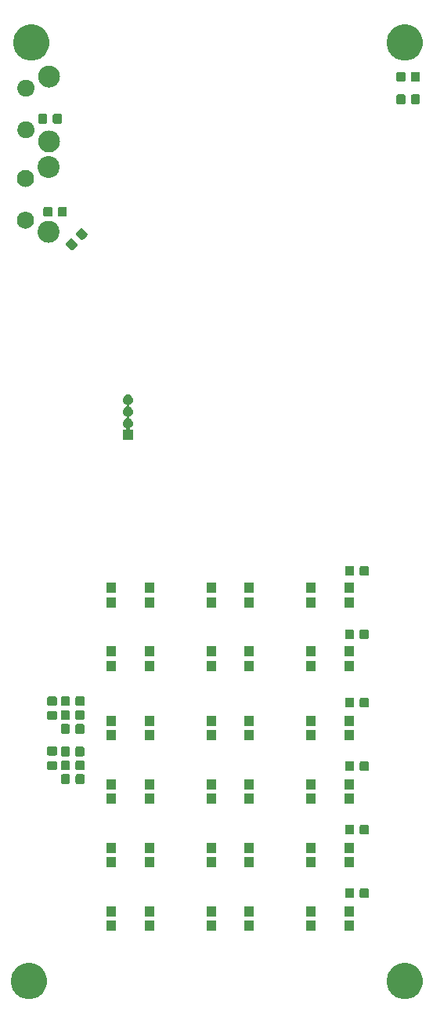
<source format=gbr>
G04 #@! TF.GenerationSoftware,KiCad,Pcbnew,5.1.6-c6e7f7d~87~ubuntu18.04.1*
G04 #@! TF.CreationDate,2020-08-02T20:37:05+02:00*
G04 #@! TF.ProjectId,HMI,484d492e-6b69-4636-9164-5f7063625858,rev?*
G04 #@! TF.SameCoordinates,Original*
G04 #@! TF.FileFunction,Soldermask,Top*
G04 #@! TF.FilePolarity,Negative*
%FSLAX46Y46*%
G04 Gerber Fmt 4.6, Leading zero omitted, Abs format (unit mm)*
G04 Created by KiCad (PCBNEW 5.1.6-c6e7f7d~87~ubuntu18.04.1) date 2020-08-02 20:37:05*
%MOMM*%
%LPD*%
G01*
G04 APERTURE LIST*
%ADD10C,0.100000*%
G04 APERTURE END LIST*
D10*
X124841000Y-41371200D02*
G75*
G03*
X124841000Y-41371200I-1143000J0D01*
G01*
X122087000Y-47121200D02*
G75*
G03*
X122087000Y-47121200I-889000J0D01*
G01*
X122087000Y-42621200D02*
G75*
G03*
X122087000Y-42621200I-889000J0D01*
G01*
X124841000Y-48371200D02*
G75*
G03*
X124841000Y-48371200I-1143000J0D01*
G01*
X124790200Y-51130200D02*
G75*
G03*
X124790200Y-51130200I-1143000J0D01*
G01*
X122036200Y-56880200D02*
G75*
G03*
X122036200Y-56880200I-889000J0D01*
G01*
X122036200Y-52380200D02*
G75*
G03*
X122036200Y-52380200I-889000J0D01*
G01*
X124790200Y-58130200D02*
G75*
G03*
X124790200Y-58130200I-1143000J0D01*
G01*
G36*
X162722685Y-137163575D02*
G01*
X163077743Y-137310645D01*
X163077745Y-137310646D01*
X163397290Y-137524159D01*
X163669041Y-137795910D01*
X163882554Y-138115455D01*
X163882555Y-138115457D01*
X164029625Y-138470515D01*
X164104600Y-138847442D01*
X164104600Y-139231758D01*
X164029625Y-139608685D01*
X163882555Y-139963743D01*
X163882554Y-139963745D01*
X163669041Y-140283290D01*
X163397290Y-140555041D01*
X163077745Y-140768554D01*
X163077744Y-140768555D01*
X163077743Y-140768555D01*
X162722685Y-140915625D01*
X162345758Y-140990600D01*
X161961442Y-140990600D01*
X161584515Y-140915625D01*
X161229457Y-140768555D01*
X161229456Y-140768555D01*
X161229455Y-140768554D01*
X160909910Y-140555041D01*
X160638159Y-140283290D01*
X160424646Y-139963745D01*
X160424645Y-139963743D01*
X160277575Y-139608685D01*
X160202600Y-139231758D01*
X160202600Y-138847442D01*
X160277575Y-138470515D01*
X160424645Y-138115457D01*
X160424646Y-138115455D01*
X160638159Y-137795910D01*
X160909910Y-137524159D01*
X161229455Y-137310646D01*
X161229457Y-137310645D01*
X161584515Y-137163575D01*
X161961442Y-137088600D01*
X162345758Y-137088600D01*
X162722685Y-137163575D01*
G37*
G36*
X122082685Y-137163575D02*
G01*
X122437743Y-137310645D01*
X122437745Y-137310646D01*
X122757290Y-137524159D01*
X123029041Y-137795910D01*
X123242554Y-138115455D01*
X123242555Y-138115457D01*
X123389625Y-138470515D01*
X123464600Y-138847442D01*
X123464600Y-139231758D01*
X123389625Y-139608685D01*
X123242555Y-139963743D01*
X123242554Y-139963745D01*
X123029041Y-140283290D01*
X122757290Y-140555041D01*
X122437745Y-140768554D01*
X122437744Y-140768555D01*
X122437743Y-140768555D01*
X122082685Y-140915625D01*
X121705758Y-140990600D01*
X121321442Y-140990600D01*
X120944515Y-140915625D01*
X120589457Y-140768555D01*
X120589456Y-140768555D01*
X120589455Y-140768554D01*
X120269910Y-140555041D01*
X119998159Y-140283290D01*
X119784646Y-139963745D01*
X119784645Y-139963743D01*
X119637575Y-139608685D01*
X119562600Y-139231758D01*
X119562600Y-138847442D01*
X119637575Y-138470515D01*
X119784645Y-138115457D01*
X119784646Y-138115455D01*
X119998159Y-137795910D01*
X120269910Y-137524159D01*
X120589455Y-137310646D01*
X120589457Y-137310645D01*
X120944515Y-137163575D01*
X121321442Y-137088600D01*
X121705758Y-137088600D01*
X122082685Y-137163575D01*
G37*
G36*
X141740020Y-133639280D02*
G01*
X140738020Y-133639280D01*
X140738020Y-132537280D01*
X141740020Y-132537280D01*
X141740020Y-133639280D01*
G37*
G36*
X130945020Y-133639280D02*
G01*
X129943020Y-133639280D01*
X129943020Y-132537280D01*
X130945020Y-132537280D01*
X130945020Y-133639280D01*
G37*
G36*
X135045020Y-133639280D02*
G01*
X134043020Y-133639280D01*
X134043020Y-132537280D01*
X135045020Y-132537280D01*
X135045020Y-133639280D01*
G37*
G36*
X145840020Y-133639280D02*
G01*
X144838020Y-133639280D01*
X144838020Y-132537280D01*
X145840020Y-132537280D01*
X145840020Y-133639280D01*
G37*
G36*
X156635020Y-133639280D02*
G01*
X155633020Y-133639280D01*
X155633020Y-132537280D01*
X156635020Y-132537280D01*
X156635020Y-133639280D01*
G37*
G36*
X152535020Y-133639280D02*
G01*
X151533020Y-133639280D01*
X151533020Y-132537280D01*
X152535020Y-132537280D01*
X152535020Y-133639280D01*
G37*
G36*
X135045020Y-132039280D02*
G01*
X134043020Y-132039280D01*
X134043020Y-130937280D01*
X135045020Y-130937280D01*
X135045020Y-132039280D01*
G37*
G36*
X156635020Y-132039280D02*
G01*
X155633020Y-132039280D01*
X155633020Y-130937280D01*
X156635020Y-130937280D01*
X156635020Y-132039280D01*
G37*
G36*
X145840020Y-132039280D02*
G01*
X144838020Y-132039280D01*
X144838020Y-130937280D01*
X145840020Y-130937280D01*
X145840020Y-132039280D01*
G37*
G36*
X141740020Y-132039280D02*
G01*
X140738020Y-132039280D01*
X140738020Y-130937280D01*
X141740020Y-130937280D01*
X141740020Y-132039280D01*
G37*
G36*
X130945020Y-132039280D02*
G01*
X129943020Y-132039280D01*
X129943020Y-130937280D01*
X130945020Y-130937280D01*
X130945020Y-132039280D01*
G37*
G36*
X152535020Y-132039280D02*
G01*
X151533020Y-132039280D01*
X151533020Y-130937280D01*
X152535020Y-130937280D01*
X152535020Y-132039280D01*
G37*
G36*
X158127091Y-129018085D02*
G01*
X158161069Y-129028393D01*
X158192390Y-129045134D01*
X158219839Y-129067661D01*
X158242366Y-129095110D01*
X158259107Y-129126431D01*
X158269415Y-129160409D01*
X158273500Y-129201890D01*
X158273500Y-129878110D01*
X158269415Y-129919591D01*
X158259107Y-129953569D01*
X158242366Y-129984890D01*
X158219839Y-130012339D01*
X158192390Y-130034866D01*
X158161069Y-130051607D01*
X158127091Y-130061915D01*
X158085610Y-130066000D01*
X157484390Y-130066000D01*
X157442909Y-130061915D01*
X157408931Y-130051607D01*
X157377610Y-130034866D01*
X157350161Y-130012339D01*
X157327634Y-129984890D01*
X157310893Y-129953569D01*
X157300585Y-129919591D01*
X157296500Y-129878110D01*
X157296500Y-129201890D01*
X157300585Y-129160409D01*
X157310893Y-129126431D01*
X157327634Y-129095110D01*
X157350161Y-129067661D01*
X157377610Y-129045134D01*
X157408931Y-129028393D01*
X157442909Y-129018085D01*
X157484390Y-129014000D01*
X158085610Y-129014000D01*
X158127091Y-129018085D01*
G37*
G36*
X156552091Y-129018085D02*
G01*
X156586069Y-129028393D01*
X156617390Y-129045134D01*
X156644839Y-129067661D01*
X156667366Y-129095110D01*
X156684107Y-129126431D01*
X156694415Y-129160409D01*
X156698500Y-129201890D01*
X156698500Y-129878110D01*
X156694415Y-129919591D01*
X156684107Y-129953569D01*
X156667366Y-129984890D01*
X156644839Y-130012339D01*
X156617390Y-130034866D01*
X156586069Y-130051607D01*
X156552091Y-130061915D01*
X156510610Y-130066000D01*
X155909390Y-130066000D01*
X155867909Y-130061915D01*
X155833931Y-130051607D01*
X155802610Y-130034866D01*
X155775161Y-130012339D01*
X155752634Y-129984890D01*
X155735893Y-129953569D01*
X155725585Y-129919591D01*
X155721500Y-129878110D01*
X155721500Y-129201890D01*
X155725585Y-129160409D01*
X155735893Y-129126431D01*
X155752634Y-129095110D01*
X155775161Y-129067661D01*
X155802610Y-129045134D01*
X155833931Y-129028393D01*
X155867909Y-129018085D01*
X155909390Y-129014000D01*
X156510610Y-129014000D01*
X156552091Y-129018085D01*
G37*
G36*
X141740020Y-126781280D02*
G01*
X140738020Y-126781280D01*
X140738020Y-125679280D01*
X141740020Y-125679280D01*
X141740020Y-126781280D01*
G37*
G36*
X152535020Y-126781280D02*
G01*
X151533020Y-126781280D01*
X151533020Y-125679280D01*
X152535020Y-125679280D01*
X152535020Y-126781280D01*
G37*
G36*
X156635020Y-126781280D02*
G01*
X155633020Y-126781280D01*
X155633020Y-125679280D01*
X156635020Y-125679280D01*
X156635020Y-126781280D01*
G37*
G36*
X130945020Y-126781280D02*
G01*
X129943020Y-126781280D01*
X129943020Y-125679280D01*
X130945020Y-125679280D01*
X130945020Y-126781280D01*
G37*
G36*
X135045020Y-126781280D02*
G01*
X134043020Y-126781280D01*
X134043020Y-125679280D01*
X135045020Y-125679280D01*
X135045020Y-126781280D01*
G37*
G36*
X145840020Y-126781280D02*
G01*
X144838020Y-126781280D01*
X144838020Y-125679280D01*
X145840020Y-125679280D01*
X145840020Y-126781280D01*
G37*
G36*
X156635020Y-125181280D02*
G01*
X155633020Y-125181280D01*
X155633020Y-124079280D01*
X156635020Y-124079280D01*
X156635020Y-125181280D01*
G37*
G36*
X130945020Y-125181280D02*
G01*
X129943020Y-125181280D01*
X129943020Y-124079280D01*
X130945020Y-124079280D01*
X130945020Y-125181280D01*
G37*
G36*
X135045020Y-125181280D02*
G01*
X134043020Y-125181280D01*
X134043020Y-124079280D01*
X135045020Y-124079280D01*
X135045020Y-125181280D01*
G37*
G36*
X141740020Y-125181280D02*
G01*
X140738020Y-125181280D01*
X140738020Y-124079280D01*
X141740020Y-124079280D01*
X141740020Y-125181280D01*
G37*
G36*
X145840020Y-125181280D02*
G01*
X144838020Y-125181280D01*
X144838020Y-124079280D01*
X145840020Y-124079280D01*
X145840020Y-125181280D01*
G37*
G36*
X152535020Y-125181280D02*
G01*
X151533020Y-125181280D01*
X151533020Y-124079280D01*
X152535020Y-124079280D01*
X152535020Y-125181280D01*
G37*
G36*
X158127091Y-122160085D02*
G01*
X158161069Y-122170393D01*
X158192390Y-122187134D01*
X158219839Y-122209661D01*
X158242366Y-122237110D01*
X158259107Y-122268431D01*
X158269415Y-122302409D01*
X158273500Y-122343890D01*
X158273500Y-123020110D01*
X158269415Y-123061591D01*
X158259107Y-123095569D01*
X158242366Y-123126890D01*
X158219839Y-123154339D01*
X158192390Y-123176866D01*
X158161069Y-123193607D01*
X158127091Y-123203915D01*
X158085610Y-123208000D01*
X157484390Y-123208000D01*
X157442909Y-123203915D01*
X157408931Y-123193607D01*
X157377610Y-123176866D01*
X157350161Y-123154339D01*
X157327634Y-123126890D01*
X157310893Y-123095569D01*
X157300585Y-123061591D01*
X157296500Y-123020110D01*
X157296500Y-122343890D01*
X157300585Y-122302409D01*
X157310893Y-122268431D01*
X157327634Y-122237110D01*
X157350161Y-122209661D01*
X157377610Y-122187134D01*
X157408931Y-122170393D01*
X157442909Y-122160085D01*
X157484390Y-122156000D01*
X158085610Y-122156000D01*
X158127091Y-122160085D01*
G37*
G36*
X156552091Y-122160085D02*
G01*
X156586069Y-122170393D01*
X156617390Y-122187134D01*
X156644839Y-122209661D01*
X156667366Y-122237110D01*
X156684107Y-122268431D01*
X156694415Y-122302409D01*
X156698500Y-122343890D01*
X156698500Y-123020110D01*
X156694415Y-123061591D01*
X156684107Y-123095569D01*
X156667366Y-123126890D01*
X156644839Y-123154339D01*
X156617390Y-123176866D01*
X156586069Y-123193607D01*
X156552091Y-123203915D01*
X156510610Y-123208000D01*
X155909390Y-123208000D01*
X155867909Y-123203915D01*
X155833931Y-123193607D01*
X155802610Y-123176866D01*
X155775161Y-123154339D01*
X155752634Y-123126890D01*
X155735893Y-123095569D01*
X155725585Y-123061591D01*
X155721500Y-123020110D01*
X155721500Y-122343890D01*
X155725585Y-122302409D01*
X155735893Y-122268431D01*
X155752634Y-122237110D01*
X155775161Y-122209661D01*
X155802610Y-122187134D01*
X155833931Y-122170393D01*
X155867909Y-122160085D01*
X155909390Y-122156000D01*
X156510610Y-122156000D01*
X156552091Y-122160085D01*
G37*
G36*
X156635020Y-119923280D02*
G01*
X155633020Y-119923280D01*
X155633020Y-118821280D01*
X156635020Y-118821280D01*
X156635020Y-119923280D01*
G37*
G36*
X130945020Y-119923280D02*
G01*
X129943020Y-119923280D01*
X129943020Y-118821280D01*
X130945020Y-118821280D01*
X130945020Y-119923280D01*
G37*
G36*
X135045020Y-119923280D02*
G01*
X134043020Y-119923280D01*
X134043020Y-118821280D01*
X135045020Y-118821280D01*
X135045020Y-119923280D01*
G37*
G36*
X141740020Y-119923280D02*
G01*
X140738020Y-119923280D01*
X140738020Y-118821280D01*
X141740020Y-118821280D01*
X141740020Y-119923280D01*
G37*
G36*
X145840020Y-119923280D02*
G01*
X144838020Y-119923280D01*
X144838020Y-118821280D01*
X145840020Y-118821280D01*
X145840020Y-119923280D01*
G37*
G36*
X152535020Y-119923280D02*
G01*
X151533020Y-119923280D01*
X151533020Y-118821280D01*
X152535020Y-118821280D01*
X152535020Y-119923280D01*
G37*
G36*
X152535020Y-118323280D02*
G01*
X151533020Y-118323280D01*
X151533020Y-117221280D01*
X152535020Y-117221280D01*
X152535020Y-118323280D01*
G37*
G36*
X156635020Y-118323280D02*
G01*
X155633020Y-118323280D01*
X155633020Y-117221280D01*
X156635020Y-117221280D01*
X156635020Y-118323280D01*
G37*
G36*
X130945020Y-118323280D02*
G01*
X129943020Y-118323280D01*
X129943020Y-117221280D01*
X130945020Y-117221280D01*
X130945020Y-118323280D01*
G37*
G36*
X135045020Y-118323280D02*
G01*
X134043020Y-118323280D01*
X134043020Y-117221280D01*
X135045020Y-117221280D01*
X135045020Y-118323280D01*
G37*
G36*
X141740020Y-118323280D02*
G01*
X140738020Y-118323280D01*
X140738020Y-117221280D01*
X141740020Y-117221280D01*
X141740020Y-118323280D01*
G37*
G36*
X145840020Y-118323280D02*
G01*
X144838020Y-118323280D01*
X144838020Y-117221280D01*
X145840020Y-117221280D01*
X145840020Y-118323280D01*
G37*
G36*
X127392891Y-116699085D02*
G01*
X127426869Y-116709393D01*
X127458190Y-116726134D01*
X127485639Y-116748661D01*
X127508166Y-116776110D01*
X127524907Y-116807431D01*
X127535215Y-116841409D01*
X127539300Y-116882890D01*
X127539300Y-117559110D01*
X127535215Y-117600591D01*
X127524907Y-117634569D01*
X127508166Y-117665890D01*
X127485639Y-117693339D01*
X127458190Y-117715866D01*
X127426869Y-117732607D01*
X127392891Y-117742915D01*
X127351410Y-117747000D01*
X126750190Y-117747000D01*
X126708709Y-117742915D01*
X126674731Y-117732607D01*
X126643410Y-117715866D01*
X126615961Y-117693339D01*
X126593434Y-117665890D01*
X126576693Y-117634569D01*
X126566385Y-117600591D01*
X126562300Y-117559110D01*
X126562300Y-116882890D01*
X126566385Y-116841409D01*
X126576693Y-116807431D01*
X126593434Y-116776110D01*
X126615961Y-116748661D01*
X126643410Y-116726134D01*
X126674731Y-116709393D01*
X126708709Y-116699085D01*
X126750190Y-116695000D01*
X127351410Y-116695000D01*
X127392891Y-116699085D01*
G37*
G36*
X125817891Y-116699085D02*
G01*
X125851869Y-116709393D01*
X125883190Y-116726134D01*
X125910639Y-116748661D01*
X125933166Y-116776110D01*
X125949907Y-116807431D01*
X125960215Y-116841409D01*
X125964300Y-116882890D01*
X125964300Y-117559110D01*
X125960215Y-117600591D01*
X125949907Y-117634569D01*
X125933166Y-117665890D01*
X125910639Y-117693339D01*
X125883190Y-117715866D01*
X125851869Y-117732607D01*
X125817891Y-117742915D01*
X125776410Y-117747000D01*
X125175190Y-117747000D01*
X125133709Y-117742915D01*
X125099731Y-117732607D01*
X125068410Y-117715866D01*
X125040961Y-117693339D01*
X125018434Y-117665890D01*
X125001693Y-117634569D01*
X124991385Y-117600591D01*
X124987300Y-117559110D01*
X124987300Y-116882890D01*
X124991385Y-116841409D01*
X125001693Y-116807431D01*
X125018434Y-116776110D01*
X125040961Y-116748661D01*
X125068410Y-116726134D01*
X125099731Y-116709393D01*
X125133709Y-116699085D01*
X125175190Y-116695000D01*
X125776410Y-116695000D01*
X125817891Y-116699085D01*
G37*
G36*
X158127091Y-115302085D02*
G01*
X158161069Y-115312393D01*
X158192390Y-115329134D01*
X158219839Y-115351661D01*
X158242366Y-115379110D01*
X158259107Y-115410431D01*
X158269415Y-115444409D01*
X158273500Y-115485890D01*
X158273500Y-116162110D01*
X158269415Y-116203591D01*
X158259107Y-116237569D01*
X158242366Y-116268890D01*
X158219839Y-116296339D01*
X158192390Y-116318866D01*
X158161069Y-116335607D01*
X158127091Y-116345915D01*
X158085610Y-116350000D01*
X157484390Y-116350000D01*
X157442909Y-116345915D01*
X157408931Y-116335607D01*
X157377610Y-116318866D01*
X157350161Y-116296339D01*
X157327634Y-116268890D01*
X157310893Y-116237569D01*
X157300585Y-116203591D01*
X157296500Y-116162110D01*
X157296500Y-115485890D01*
X157300585Y-115444409D01*
X157310893Y-115410431D01*
X157327634Y-115379110D01*
X157350161Y-115351661D01*
X157377610Y-115329134D01*
X157408931Y-115312393D01*
X157442909Y-115302085D01*
X157484390Y-115298000D01*
X158085610Y-115298000D01*
X158127091Y-115302085D01*
G37*
G36*
X156552091Y-115302085D02*
G01*
X156586069Y-115312393D01*
X156617390Y-115329134D01*
X156644839Y-115351661D01*
X156667366Y-115379110D01*
X156684107Y-115410431D01*
X156694415Y-115444409D01*
X156698500Y-115485890D01*
X156698500Y-116162110D01*
X156694415Y-116203591D01*
X156684107Y-116237569D01*
X156667366Y-116268890D01*
X156644839Y-116296339D01*
X156617390Y-116318866D01*
X156586069Y-116335607D01*
X156552091Y-116345915D01*
X156510610Y-116350000D01*
X155909390Y-116350000D01*
X155867909Y-116345915D01*
X155833931Y-116335607D01*
X155802610Y-116318866D01*
X155775161Y-116296339D01*
X155752634Y-116268890D01*
X155735893Y-116237569D01*
X155725585Y-116203591D01*
X155721500Y-116162110D01*
X155721500Y-115485890D01*
X155725585Y-115444409D01*
X155735893Y-115410431D01*
X155752634Y-115379110D01*
X155775161Y-115351661D01*
X155802610Y-115329134D01*
X155833931Y-115312393D01*
X155867909Y-115302085D01*
X155909390Y-115298000D01*
X156510610Y-115298000D01*
X156552091Y-115302085D01*
G37*
G36*
X127392891Y-115225885D02*
G01*
X127426869Y-115236193D01*
X127458190Y-115252934D01*
X127485639Y-115275461D01*
X127508166Y-115302910D01*
X127524907Y-115334231D01*
X127535215Y-115368209D01*
X127539300Y-115409690D01*
X127539300Y-116085910D01*
X127535215Y-116127391D01*
X127524907Y-116161369D01*
X127508166Y-116192690D01*
X127485639Y-116220139D01*
X127458190Y-116242666D01*
X127426869Y-116259407D01*
X127392891Y-116269715D01*
X127351410Y-116273800D01*
X126750190Y-116273800D01*
X126708709Y-116269715D01*
X126674731Y-116259407D01*
X126643410Y-116242666D01*
X126615961Y-116220139D01*
X126593434Y-116192690D01*
X126576693Y-116161369D01*
X126566385Y-116127391D01*
X126562300Y-116085910D01*
X126562300Y-115409690D01*
X126566385Y-115368209D01*
X126576693Y-115334231D01*
X126593434Y-115302910D01*
X126615961Y-115275461D01*
X126643410Y-115252934D01*
X126674731Y-115236193D01*
X126708709Y-115225885D01*
X126750190Y-115221800D01*
X127351410Y-115221800D01*
X127392891Y-115225885D01*
G37*
G36*
X125817891Y-115225885D02*
G01*
X125851869Y-115236193D01*
X125883190Y-115252934D01*
X125910639Y-115275461D01*
X125933166Y-115302910D01*
X125949907Y-115334231D01*
X125960215Y-115368209D01*
X125964300Y-115409690D01*
X125964300Y-116085910D01*
X125960215Y-116127391D01*
X125949907Y-116161369D01*
X125933166Y-116192690D01*
X125910639Y-116220139D01*
X125883190Y-116242666D01*
X125851869Y-116259407D01*
X125817891Y-116269715D01*
X125776410Y-116273800D01*
X125175190Y-116273800D01*
X125133709Y-116269715D01*
X125099731Y-116259407D01*
X125068410Y-116242666D01*
X125040961Y-116220139D01*
X125018434Y-116192690D01*
X125001693Y-116161369D01*
X124991385Y-116127391D01*
X124987300Y-116085910D01*
X124987300Y-115409690D01*
X124991385Y-115368209D01*
X125001693Y-115334231D01*
X125018434Y-115302910D01*
X125040961Y-115275461D01*
X125068410Y-115252934D01*
X125099731Y-115236193D01*
X125133709Y-115225885D01*
X125175190Y-115221800D01*
X125776410Y-115221800D01*
X125817891Y-115225885D01*
G37*
G36*
X124407791Y-115288985D02*
G01*
X124441769Y-115299293D01*
X124473090Y-115316034D01*
X124500539Y-115338561D01*
X124523066Y-115366010D01*
X124539807Y-115397331D01*
X124550115Y-115431309D01*
X124554200Y-115472790D01*
X124554200Y-116074010D01*
X124550115Y-116115491D01*
X124539807Y-116149469D01*
X124523066Y-116180790D01*
X124500539Y-116208239D01*
X124473090Y-116230766D01*
X124441769Y-116247507D01*
X124407791Y-116257815D01*
X124366310Y-116261900D01*
X123690090Y-116261900D01*
X123648609Y-116257815D01*
X123614631Y-116247507D01*
X123583310Y-116230766D01*
X123555861Y-116208239D01*
X123533334Y-116180790D01*
X123516593Y-116149469D01*
X123506285Y-116115491D01*
X123502200Y-116074010D01*
X123502200Y-115472790D01*
X123506285Y-115431309D01*
X123516593Y-115397331D01*
X123533334Y-115366010D01*
X123555861Y-115338561D01*
X123583310Y-115316034D01*
X123614631Y-115299293D01*
X123648609Y-115288985D01*
X123690090Y-115284900D01*
X124366310Y-115284900D01*
X124407791Y-115288985D01*
G37*
G36*
X127367491Y-113727285D02*
G01*
X127401469Y-113737593D01*
X127432790Y-113754334D01*
X127460239Y-113776861D01*
X127482766Y-113804310D01*
X127499507Y-113835631D01*
X127509815Y-113869609D01*
X127513900Y-113911090D01*
X127513900Y-114587310D01*
X127509815Y-114628791D01*
X127499507Y-114662769D01*
X127482766Y-114694090D01*
X127460239Y-114721539D01*
X127432790Y-114744066D01*
X127401469Y-114760807D01*
X127367491Y-114771115D01*
X127326010Y-114775200D01*
X126724790Y-114775200D01*
X126683309Y-114771115D01*
X126649331Y-114760807D01*
X126618010Y-114744066D01*
X126590561Y-114721539D01*
X126568034Y-114694090D01*
X126551293Y-114662769D01*
X126540985Y-114628791D01*
X126536900Y-114587310D01*
X126536900Y-113911090D01*
X126540985Y-113869609D01*
X126551293Y-113835631D01*
X126568034Y-113804310D01*
X126590561Y-113776861D01*
X126618010Y-113754334D01*
X126649331Y-113737593D01*
X126683309Y-113727285D01*
X126724790Y-113723200D01*
X127326010Y-113723200D01*
X127367491Y-113727285D01*
G37*
G36*
X125792491Y-113727285D02*
G01*
X125826469Y-113737593D01*
X125857790Y-113754334D01*
X125885239Y-113776861D01*
X125907766Y-113804310D01*
X125924507Y-113835631D01*
X125934815Y-113869609D01*
X125938900Y-113911090D01*
X125938900Y-114587310D01*
X125934815Y-114628791D01*
X125924507Y-114662769D01*
X125907766Y-114694090D01*
X125885239Y-114721539D01*
X125857790Y-114744066D01*
X125826469Y-114760807D01*
X125792491Y-114771115D01*
X125751010Y-114775200D01*
X125149790Y-114775200D01*
X125108309Y-114771115D01*
X125074331Y-114760807D01*
X125043010Y-114744066D01*
X125015561Y-114721539D01*
X124993034Y-114694090D01*
X124976293Y-114662769D01*
X124965985Y-114628791D01*
X124961900Y-114587310D01*
X124961900Y-113911090D01*
X124965985Y-113869609D01*
X124976293Y-113835631D01*
X124993034Y-113804310D01*
X125015561Y-113776861D01*
X125043010Y-113754334D01*
X125074331Y-113737593D01*
X125108309Y-113727285D01*
X125149790Y-113723200D01*
X125751010Y-113723200D01*
X125792491Y-113727285D01*
G37*
G36*
X124407791Y-113713985D02*
G01*
X124441769Y-113724293D01*
X124473090Y-113741034D01*
X124500539Y-113763561D01*
X124523066Y-113791010D01*
X124539807Y-113822331D01*
X124550115Y-113856309D01*
X124554200Y-113897790D01*
X124554200Y-114499010D01*
X124550115Y-114540491D01*
X124539807Y-114574469D01*
X124523066Y-114605790D01*
X124500539Y-114633239D01*
X124473090Y-114655766D01*
X124441769Y-114672507D01*
X124407791Y-114682815D01*
X124366310Y-114686900D01*
X123690090Y-114686900D01*
X123648609Y-114682815D01*
X123614631Y-114672507D01*
X123583310Y-114655766D01*
X123555861Y-114633239D01*
X123533334Y-114605790D01*
X123516593Y-114574469D01*
X123506285Y-114540491D01*
X123502200Y-114499010D01*
X123502200Y-113897790D01*
X123506285Y-113856309D01*
X123516593Y-113822331D01*
X123533334Y-113791010D01*
X123555861Y-113763561D01*
X123583310Y-113741034D01*
X123614631Y-113724293D01*
X123648609Y-113713985D01*
X123690090Y-113709900D01*
X124366310Y-113709900D01*
X124407791Y-113713985D01*
G37*
G36*
X145840020Y-113065280D02*
G01*
X144838020Y-113065280D01*
X144838020Y-111963280D01*
X145840020Y-111963280D01*
X145840020Y-113065280D01*
G37*
G36*
X141740020Y-113065280D02*
G01*
X140738020Y-113065280D01*
X140738020Y-111963280D01*
X141740020Y-111963280D01*
X141740020Y-113065280D01*
G37*
G36*
X156635020Y-113065280D02*
G01*
X155633020Y-113065280D01*
X155633020Y-111963280D01*
X156635020Y-111963280D01*
X156635020Y-113065280D01*
G37*
G36*
X152535020Y-113065280D02*
G01*
X151533020Y-113065280D01*
X151533020Y-111963280D01*
X152535020Y-111963280D01*
X152535020Y-113065280D01*
G37*
G36*
X130945020Y-113065280D02*
G01*
X129943020Y-113065280D01*
X129943020Y-111963280D01*
X130945020Y-111963280D01*
X130945020Y-113065280D01*
G37*
G36*
X135045020Y-113065280D02*
G01*
X134043020Y-113065280D01*
X134043020Y-111963280D01*
X135045020Y-111963280D01*
X135045020Y-113065280D01*
G37*
G36*
X125792491Y-111288885D02*
G01*
X125826469Y-111299193D01*
X125857790Y-111315934D01*
X125885239Y-111338461D01*
X125907766Y-111365910D01*
X125924507Y-111397231D01*
X125934815Y-111431209D01*
X125938900Y-111472690D01*
X125938900Y-112148910D01*
X125934815Y-112190391D01*
X125924507Y-112224369D01*
X125907766Y-112255690D01*
X125885239Y-112283139D01*
X125857790Y-112305666D01*
X125826469Y-112322407D01*
X125792491Y-112332715D01*
X125751010Y-112336800D01*
X125149790Y-112336800D01*
X125108309Y-112332715D01*
X125074331Y-112322407D01*
X125043010Y-112305666D01*
X125015561Y-112283139D01*
X124993034Y-112255690D01*
X124976293Y-112224369D01*
X124965985Y-112190391D01*
X124961900Y-112148910D01*
X124961900Y-111472690D01*
X124965985Y-111431209D01*
X124976293Y-111397231D01*
X124993034Y-111365910D01*
X125015561Y-111338461D01*
X125043010Y-111315934D01*
X125074331Y-111299193D01*
X125108309Y-111288885D01*
X125149790Y-111284800D01*
X125751010Y-111284800D01*
X125792491Y-111288885D01*
G37*
G36*
X127367491Y-111288885D02*
G01*
X127401469Y-111299193D01*
X127432790Y-111315934D01*
X127460239Y-111338461D01*
X127482766Y-111365910D01*
X127499507Y-111397231D01*
X127509815Y-111431209D01*
X127513900Y-111472690D01*
X127513900Y-112148910D01*
X127509815Y-112190391D01*
X127499507Y-112224369D01*
X127482766Y-112255690D01*
X127460239Y-112283139D01*
X127432790Y-112305666D01*
X127401469Y-112322407D01*
X127367491Y-112332715D01*
X127326010Y-112336800D01*
X126724790Y-112336800D01*
X126683309Y-112332715D01*
X126649331Y-112322407D01*
X126618010Y-112305666D01*
X126590561Y-112283139D01*
X126568034Y-112255690D01*
X126551293Y-112224369D01*
X126540985Y-112190391D01*
X126536900Y-112148910D01*
X126536900Y-111472690D01*
X126540985Y-111431209D01*
X126551293Y-111397231D01*
X126568034Y-111365910D01*
X126590561Y-111338461D01*
X126618010Y-111315934D01*
X126649331Y-111299193D01*
X126683309Y-111288885D01*
X126724790Y-111284800D01*
X127326010Y-111284800D01*
X127367491Y-111288885D01*
G37*
G36*
X130945020Y-111465280D02*
G01*
X129943020Y-111465280D01*
X129943020Y-110363280D01*
X130945020Y-110363280D01*
X130945020Y-111465280D01*
G37*
G36*
X156635020Y-111465280D02*
G01*
X155633020Y-111465280D01*
X155633020Y-110363280D01*
X156635020Y-110363280D01*
X156635020Y-111465280D01*
G37*
G36*
X135045020Y-111465280D02*
G01*
X134043020Y-111465280D01*
X134043020Y-110363280D01*
X135045020Y-110363280D01*
X135045020Y-111465280D01*
G37*
G36*
X145840020Y-111465280D02*
G01*
X144838020Y-111465280D01*
X144838020Y-110363280D01*
X145840020Y-110363280D01*
X145840020Y-111465280D01*
G37*
G36*
X152535020Y-111465280D02*
G01*
X151533020Y-111465280D01*
X151533020Y-110363280D01*
X152535020Y-110363280D01*
X152535020Y-111465280D01*
G37*
G36*
X141740020Y-111465280D02*
G01*
X140738020Y-111465280D01*
X140738020Y-110363280D01*
X141740020Y-110363280D01*
X141740020Y-111465280D01*
G37*
G36*
X124407791Y-109878685D02*
G01*
X124441769Y-109888993D01*
X124473090Y-109905734D01*
X124500539Y-109928261D01*
X124523066Y-109955710D01*
X124539807Y-109987031D01*
X124550115Y-110021009D01*
X124554200Y-110062490D01*
X124554200Y-110663710D01*
X124550115Y-110705191D01*
X124539807Y-110739169D01*
X124523066Y-110770490D01*
X124500539Y-110797939D01*
X124473090Y-110820466D01*
X124441769Y-110837207D01*
X124407791Y-110847515D01*
X124366310Y-110851600D01*
X123690090Y-110851600D01*
X123648609Y-110847515D01*
X123614631Y-110837207D01*
X123583310Y-110820466D01*
X123555861Y-110797939D01*
X123533334Y-110770490D01*
X123516593Y-110739169D01*
X123506285Y-110705191D01*
X123502200Y-110663710D01*
X123502200Y-110062490D01*
X123506285Y-110021009D01*
X123516593Y-109987031D01*
X123533334Y-109955710D01*
X123555861Y-109928261D01*
X123583310Y-109905734D01*
X123614631Y-109888993D01*
X123648609Y-109878685D01*
X123690090Y-109874600D01*
X124366310Y-109874600D01*
X124407791Y-109878685D01*
G37*
G36*
X127367491Y-109790285D02*
G01*
X127401469Y-109800593D01*
X127432790Y-109817334D01*
X127460239Y-109839861D01*
X127482766Y-109867310D01*
X127499507Y-109898631D01*
X127509815Y-109932609D01*
X127513900Y-109974090D01*
X127513900Y-110650310D01*
X127509815Y-110691791D01*
X127499507Y-110725769D01*
X127482766Y-110757090D01*
X127460239Y-110784539D01*
X127432790Y-110807066D01*
X127401469Y-110823807D01*
X127367491Y-110834115D01*
X127326010Y-110838200D01*
X126724790Y-110838200D01*
X126683309Y-110834115D01*
X126649331Y-110823807D01*
X126618010Y-110807066D01*
X126590561Y-110784539D01*
X126568034Y-110757090D01*
X126551293Y-110725769D01*
X126540985Y-110691791D01*
X126536900Y-110650310D01*
X126536900Y-109974090D01*
X126540985Y-109932609D01*
X126551293Y-109898631D01*
X126568034Y-109867310D01*
X126590561Y-109839861D01*
X126618010Y-109817334D01*
X126649331Y-109800593D01*
X126683309Y-109790285D01*
X126724790Y-109786200D01*
X127326010Y-109786200D01*
X127367491Y-109790285D01*
G37*
G36*
X125792491Y-109790285D02*
G01*
X125826469Y-109800593D01*
X125857790Y-109817334D01*
X125885239Y-109839861D01*
X125907766Y-109867310D01*
X125924507Y-109898631D01*
X125934815Y-109932609D01*
X125938900Y-109974090D01*
X125938900Y-110650310D01*
X125934815Y-110691791D01*
X125924507Y-110725769D01*
X125907766Y-110757090D01*
X125885239Y-110784539D01*
X125857790Y-110807066D01*
X125826469Y-110823807D01*
X125792491Y-110834115D01*
X125751010Y-110838200D01*
X125149790Y-110838200D01*
X125108309Y-110834115D01*
X125074331Y-110823807D01*
X125043010Y-110807066D01*
X125015561Y-110784539D01*
X124993034Y-110757090D01*
X124976293Y-110725769D01*
X124965985Y-110691791D01*
X124961900Y-110650310D01*
X124961900Y-109974090D01*
X124965985Y-109932609D01*
X124976293Y-109898631D01*
X124993034Y-109867310D01*
X125015561Y-109839861D01*
X125043010Y-109817334D01*
X125074331Y-109800593D01*
X125108309Y-109790285D01*
X125149790Y-109786200D01*
X125751010Y-109786200D01*
X125792491Y-109790285D01*
G37*
G36*
X158127091Y-108444085D02*
G01*
X158161069Y-108454393D01*
X158192390Y-108471134D01*
X158219839Y-108493661D01*
X158242366Y-108521110D01*
X158259107Y-108552431D01*
X158269415Y-108586409D01*
X158273500Y-108627890D01*
X158273500Y-109304110D01*
X158269415Y-109345591D01*
X158259107Y-109379569D01*
X158242366Y-109410890D01*
X158219839Y-109438339D01*
X158192390Y-109460866D01*
X158161069Y-109477607D01*
X158127091Y-109487915D01*
X158085610Y-109492000D01*
X157484390Y-109492000D01*
X157442909Y-109487915D01*
X157408931Y-109477607D01*
X157377610Y-109460866D01*
X157350161Y-109438339D01*
X157327634Y-109410890D01*
X157310893Y-109379569D01*
X157300585Y-109345591D01*
X157296500Y-109304110D01*
X157296500Y-108627890D01*
X157300585Y-108586409D01*
X157310893Y-108552431D01*
X157327634Y-108521110D01*
X157350161Y-108493661D01*
X157377610Y-108471134D01*
X157408931Y-108454393D01*
X157442909Y-108444085D01*
X157484390Y-108440000D01*
X158085610Y-108440000D01*
X158127091Y-108444085D01*
G37*
G36*
X156552091Y-108444085D02*
G01*
X156586069Y-108454393D01*
X156617390Y-108471134D01*
X156644839Y-108493661D01*
X156667366Y-108521110D01*
X156684107Y-108552431D01*
X156694415Y-108586409D01*
X156698500Y-108627890D01*
X156698500Y-109304110D01*
X156694415Y-109345591D01*
X156684107Y-109379569D01*
X156667366Y-109410890D01*
X156644839Y-109438339D01*
X156617390Y-109460866D01*
X156586069Y-109477607D01*
X156552091Y-109487915D01*
X156510610Y-109492000D01*
X155909390Y-109492000D01*
X155867909Y-109487915D01*
X155833931Y-109477607D01*
X155802610Y-109460866D01*
X155775161Y-109438339D01*
X155752634Y-109410890D01*
X155735893Y-109379569D01*
X155725585Y-109345591D01*
X155721500Y-109304110D01*
X155721500Y-108627890D01*
X155725585Y-108586409D01*
X155735893Y-108552431D01*
X155752634Y-108521110D01*
X155775161Y-108493661D01*
X155802610Y-108471134D01*
X155833931Y-108454393D01*
X155867909Y-108444085D01*
X155909390Y-108440000D01*
X156510610Y-108440000D01*
X156552091Y-108444085D01*
G37*
G36*
X127392891Y-108291685D02*
G01*
X127426869Y-108301993D01*
X127458190Y-108318734D01*
X127485639Y-108341261D01*
X127508166Y-108368710D01*
X127524907Y-108400031D01*
X127535215Y-108434009D01*
X127539300Y-108475490D01*
X127539300Y-109151710D01*
X127535215Y-109193191D01*
X127524907Y-109227169D01*
X127508166Y-109258490D01*
X127485639Y-109285939D01*
X127458190Y-109308466D01*
X127426869Y-109325207D01*
X127392891Y-109335515D01*
X127351410Y-109339600D01*
X126750190Y-109339600D01*
X126708709Y-109335515D01*
X126674731Y-109325207D01*
X126643410Y-109308466D01*
X126615961Y-109285939D01*
X126593434Y-109258490D01*
X126576693Y-109227169D01*
X126566385Y-109193191D01*
X126562300Y-109151710D01*
X126562300Y-108475490D01*
X126566385Y-108434009D01*
X126576693Y-108400031D01*
X126593434Y-108368710D01*
X126615961Y-108341261D01*
X126643410Y-108318734D01*
X126674731Y-108301993D01*
X126708709Y-108291685D01*
X126750190Y-108287600D01*
X127351410Y-108287600D01*
X127392891Y-108291685D01*
G37*
G36*
X125817891Y-108291685D02*
G01*
X125851869Y-108301993D01*
X125883190Y-108318734D01*
X125910639Y-108341261D01*
X125933166Y-108368710D01*
X125949907Y-108400031D01*
X125960215Y-108434009D01*
X125964300Y-108475490D01*
X125964300Y-109151710D01*
X125960215Y-109193191D01*
X125949907Y-109227169D01*
X125933166Y-109258490D01*
X125910639Y-109285939D01*
X125883190Y-109308466D01*
X125851869Y-109325207D01*
X125817891Y-109335515D01*
X125776410Y-109339600D01*
X125175190Y-109339600D01*
X125133709Y-109335515D01*
X125099731Y-109325207D01*
X125068410Y-109308466D01*
X125040961Y-109285939D01*
X125018434Y-109258490D01*
X125001693Y-109227169D01*
X124991385Y-109193191D01*
X124987300Y-109151710D01*
X124987300Y-108475490D01*
X124991385Y-108434009D01*
X125001693Y-108400031D01*
X125018434Y-108368710D01*
X125040961Y-108341261D01*
X125068410Y-108318734D01*
X125099731Y-108301993D01*
X125133709Y-108291685D01*
X125175190Y-108287600D01*
X125776410Y-108287600D01*
X125817891Y-108291685D01*
G37*
G36*
X124407791Y-108303685D02*
G01*
X124441769Y-108313993D01*
X124473090Y-108330734D01*
X124500539Y-108353261D01*
X124523066Y-108380710D01*
X124539807Y-108412031D01*
X124550115Y-108446009D01*
X124554200Y-108487490D01*
X124554200Y-109088710D01*
X124550115Y-109130191D01*
X124539807Y-109164169D01*
X124523066Y-109195490D01*
X124500539Y-109222939D01*
X124473090Y-109245466D01*
X124441769Y-109262207D01*
X124407791Y-109272515D01*
X124366310Y-109276600D01*
X123690090Y-109276600D01*
X123648609Y-109272515D01*
X123614631Y-109262207D01*
X123583310Y-109245466D01*
X123555861Y-109222939D01*
X123533334Y-109195490D01*
X123516593Y-109164169D01*
X123506285Y-109130191D01*
X123502200Y-109088710D01*
X123502200Y-108487490D01*
X123506285Y-108446009D01*
X123516593Y-108412031D01*
X123533334Y-108380710D01*
X123555861Y-108353261D01*
X123583310Y-108330734D01*
X123614631Y-108313993D01*
X123648609Y-108303685D01*
X123690090Y-108299600D01*
X124366310Y-108299600D01*
X124407791Y-108303685D01*
G37*
G36*
X130945020Y-105572280D02*
G01*
X129943020Y-105572280D01*
X129943020Y-104470280D01*
X130945020Y-104470280D01*
X130945020Y-105572280D01*
G37*
G36*
X156635020Y-105572280D02*
G01*
X155633020Y-105572280D01*
X155633020Y-104470280D01*
X156635020Y-104470280D01*
X156635020Y-105572280D01*
G37*
G36*
X152535020Y-105572280D02*
G01*
X151533020Y-105572280D01*
X151533020Y-104470280D01*
X152535020Y-104470280D01*
X152535020Y-105572280D01*
G37*
G36*
X145840020Y-105572280D02*
G01*
X144838020Y-105572280D01*
X144838020Y-104470280D01*
X145840020Y-104470280D01*
X145840020Y-105572280D01*
G37*
G36*
X141740020Y-105572280D02*
G01*
X140738020Y-105572280D01*
X140738020Y-104470280D01*
X141740020Y-104470280D01*
X141740020Y-105572280D01*
G37*
G36*
X135045020Y-105572280D02*
G01*
X134043020Y-105572280D01*
X134043020Y-104470280D01*
X135045020Y-104470280D01*
X135045020Y-105572280D01*
G37*
G36*
X145840020Y-103972280D02*
G01*
X144838020Y-103972280D01*
X144838020Y-102870280D01*
X145840020Y-102870280D01*
X145840020Y-103972280D01*
G37*
G36*
X130945020Y-103972280D02*
G01*
X129943020Y-103972280D01*
X129943020Y-102870280D01*
X130945020Y-102870280D01*
X130945020Y-103972280D01*
G37*
G36*
X152535020Y-103972280D02*
G01*
X151533020Y-103972280D01*
X151533020Y-102870280D01*
X152535020Y-102870280D01*
X152535020Y-103972280D01*
G37*
G36*
X156635020Y-103972280D02*
G01*
X155633020Y-103972280D01*
X155633020Y-102870280D01*
X156635020Y-102870280D01*
X156635020Y-103972280D01*
G37*
G36*
X141740020Y-103972280D02*
G01*
X140738020Y-103972280D01*
X140738020Y-102870280D01*
X141740020Y-102870280D01*
X141740020Y-103972280D01*
G37*
G36*
X135045020Y-103972280D02*
G01*
X134043020Y-103972280D01*
X134043020Y-102870280D01*
X135045020Y-102870280D01*
X135045020Y-103972280D01*
G37*
G36*
X156526591Y-101078085D02*
G01*
X156560569Y-101088393D01*
X156591890Y-101105134D01*
X156619339Y-101127661D01*
X156641866Y-101155110D01*
X156658607Y-101186431D01*
X156668915Y-101220409D01*
X156673000Y-101261890D01*
X156673000Y-101938110D01*
X156668915Y-101979591D01*
X156658607Y-102013569D01*
X156641866Y-102044890D01*
X156619339Y-102072339D01*
X156591890Y-102094866D01*
X156560569Y-102111607D01*
X156526591Y-102121915D01*
X156485110Y-102126000D01*
X155883890Y-102126000D01*
X155842409Y-102121915D01*
X155808431Y-102111607D01*
X155777110Y-102094866D01*
X155749661Y-102072339D01*
X155727134Y-102044890D01*
X155710393Y-102013569D01*
X155700085Y-101979591D01*
X155696000Y-101938110D01*
X155696000Y-101261890D01*
X155700085Y-101220409D01*
X155710393Y-101186431D01*
X155727134Y-101155110D01*
X155749661Y-101127661D01*
X155777110Y-101105134D01*
X155808431Y-101088393D01*
X155842409Y-101078085D01*
X155883890Y-101074000D01*
X156485110Y-101074000D01*
X156526591Y-101078085D01*
G37*
G36*
X158101591Y-101078085D02*
G01*
X158135569Y-101088393D01*
X158166890Y-101105134D01*
X158194339Y-101127661D01*
X158216866Y-101155110D01*
X158233607Y-101186431D01*
X158243915Y-101220409D01*
X158248000Y-101261890D01*
X158248000Y-101938110D01*
X158243915Y-101979591D01*
X158233607Y-102013569D01*
X158216866Y-102044890D01*
X158194339Y-102072339D01*
X158166890Y-102094866D01*
X158135569Y-102111607D01*
X158101591Y-102121915D01*
X158060110Y-102126000D01*
X157458890Y-102126000D01*
X157417409Y-102121915D01*
X157383431Y-102111607D01*
X157352110Y-102094866D01*
X157324661Y-102072339D01*
X157302134Y-102044890D01*
X157285393Y-102013569D01*
X157275085Y-101979591D01*
X157271000Y-101938110D01*
X157271000Y-101261890D01*
X157275085Y-101220409D01*
X157285393Y-101186431D01*
X157302134Y-101155110D01*
X157324661Y-101127661D01*
X157352110Y-101105134D01*
X157383431Y-101088393D01*
X157417409Y-101078085D01*
X157458890Y-101074000D01*
X158060110Y-101074000D01*
X158101591Y-101078085D01*
G37*
G36*
X156635020Y-98714280D02*
G01*
X155633020Y-98714280D01*
X155633020Y-97612280D01*
X156635020Y-97612280D01*
X156635020Y-98714280D01*
G37*
G36*
X152535020Y-98714280D02*
G01*
X151533020Y-98714280D01*
X151533020Y-97612280D01*
X152535020Y-97612280D01*
X152535020Y-98714280D01*
G37*
G36*
X145840020Y-98714280D02*
G01*
X144838020Y-98714280D01*
X144838020Y-97612280D01*
X145840020Y-97612280D01*
X145840020Y-98714280D01*
G37*
G36*
X135045020Y-98714280D02*
G01*
X134043020Y-98714280D01*
X134043020Y-97612280D01*
X135045020Y-97612280D01*
X135045020Y-98714280D01*
G37*
G36*
X141740020Y-98714280D02*
G01*
X140738020Y-98714280D01*
X140738020Y-97612280D01*
X141740020Y-97612280D01*
X141740020Y-98714280D01*
G37*
G36*
X130945020Y-98714280D02*
G01*
X129943020Y-98714280D01*
X129943020Y-97612280D01*
X130945020Y-97612280D01*
X130945020Y-98714280D01*
G37*
G36*
X141740020Y-97114280D02*
G01*
X140738020Y-97114280D01*
X140738020Y-96012280D01*
X141740020Y-96012280D01*
X141740020Y-97114280D01*
G37*
G36*
X130945020Y-97114280D02*
G01*
X129943020Y-97114280D01*
X129943020Y-96012280D01*
X130945020Y-96012280D01*
X130945020Y-97114280D01*
G37*
G36*
X135045020Y-97114280D02*
G01*
X134043020Y-97114280D01*
X134043020Y-96012280D01*
X135045020Y-96012280D01*
X135045020Y-97114280D01*
G37*
G36*
X156635020Y-97114280D02*
G01*
X155633020Y-97114280D01*
X155633020Y-96012280D01*
X156635020Y-96012280D01*
X156635020Y-97114280D01*
G37*
G36*
X152535020Y-97114280D02*
G01*
X151533020Y-97114280D01*
X151533020Y-96012280D01*
X152535020Y-96012280D01*
X152535020Y-97114280D01*
G37*
G36*
X145840020Y-97114280D02*
G01*
X144838020Y-97114280D01*
X144838020Y-96012280D01*
X145840020Y-96012280D01*
X145840020Y-97114280D01*
G37*
G36*
X158127091Y-94220085D02*
G01*
X158161069Y-94230393D01*
X158192390Y-94247134D01*
X158219839Y-94269661D01*
X158242366Y-94297110D01*
X158259107Y-94328431D01*
X158269415Y-94362409D01*
X158273500Y-94403890D01*
X158273500Y-95080110D01*
X158269415Y-95121591D01*
X158259107Y-95155569D01*
X158242366Y-95186890D01*
X158219839Y-95214339D01*
X158192390Y-95236866D01*
X158161069Y-95253607D01*
X158127091Y-95263915D01*
X158085610Y-95268000D01*
X157484390Y-95268000D01*
X157442909Y-95263915D01*
X157408931Y-95253607D01*
X157377610Y-95236866D01*
X157350161Y-95214339D01*
X157327634Y-95186890D01*
X157310893Y-95155569D01*
X157300585Y-95121591D01*
X157296500Y-95080110D01*
X157296500Y-94403890D01*
X157300585Y-94362409D01*
X157310893Y-94328431D01*
X157327634Y-94297110D01*
X157350161Y-94269661D01*
X157377610Y-94247134D01*
X157408931Y-94230393D01*
X157442909Y-94220085D01*
X157484390Y-94216000D01*
X158085610Y-94216000D01*
X158127091Y-94220085D01*
G37*
G36*
X156552091Y-94220085D02*
G01*
X156586069Y-94230393D01*
X156617390Y-94247134D01*
X156644839Y-94269661D01*
X156667366Y-94297110D01*
X156684107Y-94328431D01*
X156694415Y-94362409D01*
X156698500Y-94403890D01*
X156698500Y-95080110D01*
X156694415Y-95121591D01*
X156684107Y-95155569D01*
X156667366Y-95186890D01*
X156644839Y-95214339D01*
X156617390Y-95236866D01*
X156586069Y-95253607D01*
X156552091Y-95263915D01*
X156510610Y-95268000D01*
X155909390Y-95268000D01*
X155867909Y-95263915D01*
X155833931Y-95253607D01*
X155802610Y-95236866D01*
X155775161Y-95214339D01*
X155752634Y-95186890D01*
X155735893Y-95155569D01*
X155725585Y-95121591D01*
X155721500Y-95080110D01*
X155721500Y-94403890D01*
X155725585Y-94362409D01*
X155735893Y-94328431D01*
X155752634Y-94297110D01*
X155775161Y-94269661D01*
X155802610Y-94247134D01*
X155833931Y-94230393D01*
X155867909Y-94220085D01*
X155909390Y-94216000D01*
X156510610Y-94216000D01*
X156552091Y-94220085D01*
G37*
G36*
X132393121Y-75720974D02*
G01*
X132493395Y-75762509D01*
X132493396Y-75762510D01*
X132583642Y-75822810D01*
X132660390Y-75899558D01*
X132660391Y-75899560D01*
X132720691Y-75989805D01*
X132762226Y-76090079D01*
X132783400Y-76196530D01*
X132783400Y-76305070D01*
X132762226Y-76411521D01*
X132720691Y-76511795D01*
X132720690Y-76511796D01*
X132660390Y-76602042D01*
X132583642Y-76678790D01*
X132538212Y-76709145D01*
X132493395Y-76739091D01*
X132418011Y-76770316D01*
X132396400Y-76781867D01*
X132377459Y-76797412D01*
X132361913Y-76816354D01*
X132350362Y-76837965D01*
X132343249Y-76861414D01*
X132340847Y-76885800D01*
X132343249Y-76910186D01*
X132350362Y-76933635D01*
X132361913Y-76955246D01*
X132377458Y-76974187D01*
X132396400Y-76989733D01*
X132418011Y-77001284D01*
X132493395Y-77032509D01*
X132493396Y-77032510D01*
X132583642Y-77092810D01*
X132660390Y-77169558D01*
X132660391Y-77169560D01*
X132720691Y-77259805D01*
X132762226Y-77360079D01*
X132783400Y-77466530D01*
X132783400Y-77575070D01*
X132762226Y-77681521D01*
X132720691Y-77781795D01*
X132720690Y-77781796D01*
X132660390Y-77872042D01*
X132583642Y-77948790D01*
X132538212Y-77979145D01*
X132493395Y-78009091D01*
X132418011Y-78040316D01*
X132396400Y-78051867D01*
X132377459Y-78067412D01*
X132361913Y-78086354D01*
X132350362Y-78107965D01*
X132343249Y-78131414D01*
X132340847Y-78155800D01*
X132343249Y-78180186D01*
X132350362Y-78203635D01*
X132361913Y-78225246D01*
X132377458Y-78244187D01*
X132396400Y-78259733D01*
X132418011Y-78271284D01*
X132493395Y-78302509D01*
X132493396Y-78302510D01*
X132583642Y-78362810D01*
X132660390Y-78439558D01*
X132660391Y-78439560D01*
X132720691Y-78529805D01*
X132762226Y-78630079D01*
X132783400Y-78736530D01*
X132783400Y-78845070D01*
X132762226Y-78951521D01*
X132720691Y-79051795D01*
X132720690Y-79051796D01*
X132660390Y-79142042D01*
X132583642Y-79218790D01*
X132552216Y-79239788D01*
X132490736Y-79280868D01*
X132471794Y-79296414D01*
X132456249Y-79315356D01*
X132444698Y-79336967D01*
X132437585Y-79360415D01*
X132435183Y-79384802D01*
X132437585Y-79409188D01*
X132444698Y-79432637D01*
X132456249Y-79454247D01*
X132471795Y-79473189D01*
X132490737Y-79488734D01*
X132512348Y-79500285D01*
X132535796Y-79507398D01*
X132560182Y-79509800D01*
X132783400Y-79509800D01*
X132783400Y-80611800D01*
X131681400Y-80611800D01*
X131681400Y-79509800D01*
X131904618Y-79509800D01*
X131929004Y-79507398D01*
X131952453Y-79500285D01*
X131974064Y-79488734D01*
X131993006Y-79473189D01*
X132008551Y-79454247D01*
X132020102Y-79432636D01*
X132027215Y-79409187D01*
X132029617Y-79384801D01*
X132027215Y-79360415D01*
X132020102Y-79336966D01*
X132008551Y-79315355D01*
X131993006Y-79296413D01*
X131974064Y-79280868D01*
X131912584Y-79239788D01*
X131881158Y-79218790D01*
X131804410Y-79142042D01*
X131744110Y-79051796D01*
X131744109Y-79051795D01*
X131702574Y-78951521D01*
X131681400Y-78845070D01*
X131681400Y-78736530D01*
X131702574Y-78630079D01*
X131744109Y-78529805D01*
X131804409Y-78439560D01*
X131804410Y-78439558D01*
X131881158Y-78362810D01*
X131971404Y-78302510D01*
X131971405Y-78302509D01*
X132046789Y-78271284D01*
X132068400Y-78259733D01*
X132087341Y-78244188D01*
X132102887Y-78225246D01*
X132114438Y-78203635D01*
X132121551Y-78180186D01*
X132123953Y-78155800D01*
X132121551Y-78131414D01*
X132114438Y-78107965D01*
X132102887Y-78086354D01*
X132087342Y-78067413D01*
X132068400Y-78051867D01*
X132046789Y-78040316D01*
X131971405Y-78009091D01*
X131926588Y-77979145D01*
X131881158Y-77948790D01*
X131804410Y-77872042D01*
X131744110Y-77781796D01*
X131744109Y-77781795D01*
X131702574Y-77681521D01*
X131681400Y-77575070D01*
X131681400Y-77466530D01*
X131702574Y-77360079D01*
X131744109Y-77259805D01*
X131804409Y-77169560D01*
X131804410Y-77169558D01*
X131881158Y-77092810D01*
X131971404Y-77032510D01*
X131971405Y-77032509D01*
X132046789Y-77001284D01*
X132068400Y-76989733D01*
X132087341Y-76974188D01*
X132102887Y-76955246D01*
X132114438Y-76933635D01*
X132121551Y-76910186D01*
X132123953Y-76885800D01*
X132121551Y-76861414D01*
X132114438Y-76837965D01*
X132102887Y-76816354D01*
X132087342Y-76797413D01*
X132068400Y-76781867D01*
X132046789Y-76770316D01*
X131971405Y-76739091D01*
X131926588Y-76709145D01*
X131881158Y-76678790D01*
X131804410Y-76602042D01*
X131744110Y-76511796D01*
X131744109Y-76511795D01*
X131702574Y-76411521D01*
X131681400Y-76305070D01*
X131681400Y-76196530D01*
X131702574Y-76090079D01*
X131744109Y-75989805D01*
X131804409Y-75899560D01*
X131804410Y-75899558D01*
X131881158Y-75822810D01*
X131971404Y-75762510D01*
X131971405Y-75762509D01*
X132071679Y-75720974D01*
X132178130Y-75699800D01*
X132286670Y-75699800D01*
X132393121Y-75720974D01*
G37*
G36*
X126134477Y-58846855D02*
G01*
X126168455Y-58857163D01*
X126199776Y-58873904D01*
X126231990Y-58900342D01*
X126271841Y-58940193D01*
X126271847Y-58940198D01*
X126670302Y-59338653D01*
X126670307Y-59338659D01*
X126710158Y-59378510D01*
X126736596Y-59410724D01*
X126753337Y-59442045D01*
X126763645Y-59476023D01*
X126767125Y-59511364D01*
X126763645Y-59546705D01*
X126753337Y-59580683D01*
X126736596Y-59612004D01*
X126710158Y-59644218D01*
X126670307Y-59684069D01*
X126670302Y-59684075D01*
X126324881Y-60029496D01*
X126324875Y-60029501D01*
X126285024Y-60069352D01*
X126252810Y-60095790D01*
X126221489Y-60112531D01*
X126187511Y-60122839D01*
X126152170Y-60126319D01*
X126116829Y-60122839D01*
X126082851Y-60112531D01*
X126051530Y-60095790D01*
X126019316Y-60069352D01*
X125979465Y-60029501D01*
X125979459Y-60029496D01*
X125581004Y-59631041D01*
X125580999Y-59631035D01*
X125541148Y-59591184D01*
X125514710Y-59558970D01*
X125497969Y-59527649D01*
X125487661Y-59493671D01*
X125484181Y-59458330D01*
X125487661Y-59422989D01*
X125497969Y-59389011D01*
X125514710Y-59357690D01*
X125541148Y-59325476D01*
X125580999Y-59285625D01*
X125581004Y-59285619D01*
X125926425Y-58940198D01*
X125926431Y-58940193D01*
X125966282Y-58900342D01*
X125998496Y-58873904D01*
X126029817Y-58857163D01*
X126063795Y-58846855D01*
X126099136Y-58843375D01*
X126134477Y-58846855D01*
G37*
G36*
X123871749Y-57001316D02*
G01*
X123982934Y-57023432D01*
X124192403Y-57110197D01*
X124380920Y-57236160D01*
X124541240Y-57396480D01*
X124667203Y-57584997D01*
X124750730Y-57786648D01*
X124753968Y-57794467D01*
X124798200Y-58016835D01*
X124798200Y-58243565D01*
X124793973Y-58264816D01*
X124753968Y-58465934D01*
X124667203Y-58675403D01*
X124541240Y-58863920D01*
X124380920Y-59024240D01*
X124192403Y-59150203D01*
X123982934Y-59236968D01*
X123871749Y-59259084D01*
X123760565Y-59281200D01*
X123533835Y-59281200D01*
X123422651Y-59259084D01*
X123311466Y-59236968D01*
X123101997Y-59150203D01*
X122913480Y-59024240D01*
X122753160Y-58863920D01*
X122627197Y-58675403D01*
X122540432Y-58465934D01*
X122500427Y-58264816D01*
X122496200Y-58243565D01*
X122496200Y-58016835D01*
X122540432Y-57794467D01*
X122543671Y-57786648D01*
X122627197Y-57584997D01*
X122753160Y-57396480D01*
X122913480Y-57236160D01*
X123101997Y-57110197D01*
X123311466Y-57023432D01*
X123422651Y-57001316D01*
X123533835Y-56979200D01*
X123760565Y-56979200D01*
X123871749Y-57001316D01*
G37*
G36*
X127248171Y-57733161D02*
G01*
X127282149Y-57743469D01*
X127313470Y-57760210D01*
X127345684Y-57786648D01*
X127385535Y-57826499D01*
X127385541Y-57826504D01*
X127783996Y-58224959D01*
X127784001Y-58224965D01*
X127823852Y-58264816D01*
X127850290Y-58297030D01*
X127867031Y-58328351D01*
X127877339Y-58362329D01*
X127880819Y-58397670D01*
X127877339Y-58433011D01*
X127867031Y-58466989D01*
X127850290Y-58498310D01*
X127823852Y-58530524D01*
X127784001Y-58570375D01*
X127783996Y-58570381D01*
X127438575Y-58915802D01*
X127438569Y-58915807D01*
X127398718Y-58955658D01*
X127366504Y-58982096D01*
X127335183Y-58998837D01*
X127301205Y-59009145D01*
X127265864Y-59012625D01*
X127230523Y-59009145D01*
X127196545Y-58998837D01*
X127165224Y-58982096D01*
X127133010Y-58955658D01*
X127093159Y-58915807D01*
X127093153Y-58915802D01*
X126694698Y-58517347D01*
X126694693Y-58517341D01*
X126654842Y-58477490D01*
X126628404Y-58445276D01*
X126611663Y-58413955D01*
X126601355Y-58379977D01*
X126597875Y-58344636D01*
X126601355Y-58309295D01*
X126611663Y-58275317D01*
X126628404Y-58243996D01*
X126654842Y-58211782D01*
X126694693Y-58171931D01*
X126694698Y-58171925D01*
X127040119Y-57826504D01*
X127040125Y-57826499D01*
X127079976Y-57786648D01*
X127112190Y-57760210D01*
X127143511Y-57743469D01*
X127177489Y-57733161D01*
X127212830Y-57729681D01*
X127248171Y-57733161D01*
G37*
G36*
X121260712Y-55984127D02*
G01*
X121410012Y-56013824D01*
X121573984Y-56081744D01*
X121721554Y-56180347D01*
X121847053Y-56305846D01*
X121945656Y-56453416D01*
X122013576Y-56617388D01*
X122043273Y-56766688D01*
X122048200Y-56791458D01*
X122048200Y-56968942D01*
X122043273Y-56993712D01*
X122013576Y-57143012D01*
X121945656Y-57306984D01*
X121847053Y-57454554D01*
X121721554Y-57580053D01*
X121573984Y-57678656D01*
X121410012Y-57746576D01*
X121260712Y-57776273D01*
X121235942Y-57781200D01*
X121058458Y-57781200D01*
X121033688Y-57776273D01*
X120884388Y-57746576D01*
X120720416Y-57678656D01*
X120572846Y-57580053D01*
X120447347Y-57454554D01*
X120348744Y-57306984D01*
X120280824Y-57143012D01*
X120251127Y-56993712D01*
X120246200Y-56968942D01*
X120246200Y-56791458D01*
X120251127Y-56766688D01*
X120280824Y-56617388D01*
X120348744Y-56453416D01*
X120447347Y-56305846D01*
X120572846Y-56180347D01*
X120720416Y-56081744D01*
X120884388Y-56013824D01*
X121033688Y-55984127D01*
X121058458Y-55979200D01*
X121235942Y-55979200D01*
X121260712Y-55984127D01*
G37*
G36*
X123912991Y-55459685D02*
G01*
X123946969Y-55469993D01*
X123978290Y-55486734D01*
X124005739Y-55509261D01*
X124028266Y-55536710D01*
X124045007Y-55568031D01*
X124055315Y-55602009D01*
X124059400Y-55643490D01*
X124059400Y-56319710D01*
X124055315Y-56361191D01*
X124045007Y-56395169D01*
X124028266Y-56426490D01*
X124005739Y-56453939D01*
X123978290Y-56476466D01*
X123946969Y-56493207D01*
X123912991Y-56503515D01*
X123871510Y-56507600D01*
X123270290Y-56507600D01*
X123228809Y-56503515D01*
X123194831Y-56493207D01*
X123163510Y-56476466D01*
X123136061Y-56453939D01*
X123113534Y-56426490D01*
X123096793Y-56395169D01*
X123086485Y-56361191D01*
X123082400Y-56319710D01*
X123082400Y-55643490D01*
X123086485Y-55602009D01*
X123096793Y-55568031D01*
X123113534Y-55536710D01*
X123136061Y-55509261D01*
X123163510Y-55486734D01*
X123194831Y-55469993D01*
X123228809Y-55459685D01*
X123270290Y-55455600D01*
X123871510Y-55455600D01*
X123912991Y-55459685D01*
G37*
G36*
X125487991Y-55459685D02*
G01*
X125521969Y-55469993D01*
X125553290Y-55486734D01*
X125580739Y-55509261D01*
X125603266Y-55536710D01*
X125620007Y-55568031D01*
X125630315Y-55602009D01*
X125634400Y-55643490D01*
X125634400Y-56319710D01*
X125630315Y-56361191D01*
X125620007Y-56395169D01*
X125603266Y-56426490D01*
X125580739Y-56453939D01*
X125553290Y-56476466D01*
X125521969Y-56493207D01*
X125487991Y-56503515D01*
X125446510Y-56507600D01*
X124845290Y-56507600D01*
X124803809Y-56503515D01*
X124769831Y-56493207D01*
X124738510Y-56476466D01*
X124711061Y-56453939D01*
X124688534Y-56426490D01*
X124671793Y-56395169D01*
X124661485Y-56361191D01*
X124657400Y-56319710D01*
X124657400Y-55643490D01*
X124661485Y-55602009D01*
X124671793Y-55568031D01*
X124688534Y-55536710D01*
X124711061Y-55509261D01*
X124738510Y-55486734D01*
X124769831Y-55469993D01*
X124803809Y-55459685D01*
X124845290Y-55455600D01*
X125446510Y-55455600D01*
X125487991Y-55459685D01*
G37*
G36*
X121260712Y-51484127D02*
G01*
X121410012Y-51513824D01*
X121573984Y-51581744D01*
X121721554Y-51680347D01*
X121847053Y-51805846D01*
X121945656Y-51953416D01*
X122013576Y-52117388D01*
X122037361Y-52236968D01*
X122046160Y-52281200D01*
X122048200Y-52291459D01*
X122048200Y-52468941D01*
X122013576Y-52643012D01*
X121945656Y-52806984D01*
X121847053Y-52954554D01*
X121721554Y-53080053D01*
X121573984Y-53178656D01*
X121410012Y-53246576D01*
X121260712Y-53276273D01*
X121235942Y-53281200D01*
X121058458Y-53281200D01*
X121033688Y-53276273D01*
X120884388Y-53246576D01*
X120720416Y-53178656D01*
X120572846Y-53080053D01*
X120447347Y-52954554D01*
X120348744Y-52806984D01*
X120280824Y-52643012D01*
X120246200Y-52468941D01*
X120246200Y-52291459D01*
X120248241Y-52281200D01*
X120257039Y-52236968D01*
X120280824Y-52117388D01*
X120348744Y-51953416D01*
X120447347Y-51805846D01*
X120572846Y-51680347D01*
X120720416Y-51581744D01*
X120884388Y-51513824D01*
X121033688Y-51484127D01*
X121058458Y-51479200D01*
X121235942Y-51479200D01*
X121260712Y-51484127D01*
G37*
G36*
X123871749Y-50001316D02*
G01*
X123982934Y-50023432D01*
X124192403Y-50110197D01*
X124380920Y-50236160D01*
X124541240Y-50396480D01*
X124667203Y-50584997D01*
X124753968Y-50794466D01*
X124798200Y-51016836D01*
X124798200Y-51243564D01*
X124753968Y-51465934D01*
X124667203Y-51675403D01*
X124541240Y-51863920D01*
X124380920Y-52024240D01*
X124192403Y-52150203D01*
X123982934Y-52236968D01*
X123871749Y-52259084D01*
X123760565Y-52281200D01*
X123533835Y-52281200D01*
X123422651Y-52259084D01*
X123311466Y-52236968D01*
X123101997Y-52150203D01*
X122913480Y-52024240D01*
X122753160Y-51863920D01*
X122627197Y-51675403D01*
X122540432Y-51465934D01*
X122496200Y-51243564D01*
X122496200Y-51016836D01*
X122540432Y-50794466D01*
X122627197Y-50584997D01*
X122753160Y-50396480D01*
X122913480Y-50236160D01*
X123101997Y-50110197D01*
X123311466Y-50023432D01*
X123422651Y-50001316D01*
X123533835Y-49979200D01*
X123760565Y-49979200D01*
X123871749Y-50001316D01*
G37*
G36*
X123922549Y-47242316D02*
G01*
X124033734Y-47264432D01*
X124243203Y-47351197D01*
X124431720Y-47477160D01*
X124592040Y-47637480D01*
X124718003Y-47825997D01*
X124804768Y-48035466D01*
X124849000Y-48257836D01*
X124849000Y-48484564D01*
X124804768Y-48706934D01*
X124718003Y-48916403D01*
X124592040Y-49104920D01*
X124431720Y-49265240D01*
X124243203Y-49391203D01*
X124033734Y-49477968D01*
X123922549Y-49500084D01*
X123811365Y-49522200D01*
X123584635Y-49522200D01*
X123473451Y-49500084D01*
X123362266Y-49477968D01*
X123152797Y-49391203D01*
X122964280Y-49265240D01*
X122803960Y-49104920D01*
X122677997Y-48916403D01*
X122591232Y-48706934D01*
X122547000Y-48484564D01*
X122547000Y-48257836D01*
X122591232Y-48035466D01*
X122677997Y-47825997D01*
X122803960Y-47637480D01*
X122964280Y-47477160D01*
X123152797Y-47351197D01*
X123362266Y-47264432D01*
X123473451Y-47242316D01*
X123584635Y-47220200D01*
X123811365Y-47220200D01*
X123922549Y-47242316D01*
G37*
G36*
X121311512Y-46225127D02*
G01*
X121460812Y-46254824D01*
X121624784Y-46322744D01*
X121772354Y-46421347D01*
X121897853Y-46546846D01*
X121996456Y-46694416D01*
X122064376Y-46858388D01*
X122094073Y-47007688D01*
X122099000Y-47032458D01*
X122099000Y-47209942D01*
X122094073Y-47234712D01*
X122064376Y-47384012D01*
X121996456Y-47547984D01*
X121897853Y-47695554D01*
X121772354Y-47821053D01*
X121624784Y-47919656D01*
X121460812Y-47987576D01*
X121311512Y-48017273D01*
X121286742Y-48022200D01*
X121109258Y-48022200D01*
X121084488Y-48017273D01*
X120935188Y-47987576D01*
X120771216Y-47919656D01*
X120623646Y-47821053D01*
X120498147Y-47695554D01*
X120399544Y-47547984D01*
X120331624Y-47384012D01*
X120301927Y-47234712D01*
X120297000Y-47209942D01*
X120297000Y-47032458D01*
X120301927Y-47007688D01*
X120331624Y-46858388D01*
X120399544Y-46694416D01*
X120498147Y-46546846D01*
X120623646Y-46421347D01*
X120771216Y-46322744D01*
X120935188Y-46254824D01*
X121084488Y-46225127D01*
X121109258Y-46220200D01*
X121286742Y-46220200D01*
X121311512Y-46225127D01*
G37*
G36*
X123354191Y-45401285D02*
G01*
X123388169Y-45411593D01*
X123419490Y-45428334D01*
X123446939Y-45450861D01*
X123469466Y-45478310D01*
X123486207Y-45509631D01*
X123496515Y-45543609D01*
X123500600Y-45585090D01*
X123500600Y-46261310D01*
X123496515Y-46302791D01*
X123486207Y-46336769D01*
X123469466Y-46368090D01*
X123446939Y-46395539D01*
X123419490Y-46418066D01*
X123388169Y-46434807D01*
X123354191Y-46445115D01*
X123312710Y-46449200D01*
X122711490Y-46449200D01*
X122670009Y-46445115D01*
X122636031Y-46434807D01*
X122604710Y-46418066D01*
X122577261Y-46395539D01*
X122554734Y-46368090D01*
X122537993Y-46336769D01*
X122527685Y-46302791D01*
X122523600Y-46261310D01*
X122523600Y-45585090D01*
X122527685Y-45543609D01*
X122537993Y-45509631D01*
X122554734Y-45478310D01*
X122577261Y-45450861D01*
X122604710Y-45428334D01*
X122636031Y-45411593D01*
X122670009Y-45401285D01*
X122711490Y-45397200D01*
X123312710Y-45397200D01*
X123354191Y-45401285D01*
G37*
G36*
X124929191Y-45401285D02*
G01*
X124963169Y-45411593D01*
X124994490Y-45428334D01*
X125021939Y-45450861D01*
X125044466Y-45478310D01*
X125061207Y-45509631D01*
X125071515Y-45543609D01*
X125075600Y-45585090D01*
X125075600Y-46261310D01*
X125071515Y-46302791D01*
X125061207Y-46336769D01*
X125044466Y-46368090D01*
X125021939Y-46395539D01*
X124994490Y-46418066D01*
X124963169Y-46434807D01*
X124929191Y-46445115D01*
X124887710Y-46449200D01*
X124286490Y-46449200D01*
X124245009Y-46445115D01*
X124211031Y-46434807D01*
X124179710Y-46418066D01*
X124152261Y-46395539D01*
X124129734Y-46368090D01*
X124112993Y-46336769D01*
X124102685Y-46302791D01*
X124098600Y-46261310D01*
X124098600Y-45585090D01*
X124102685Y-45543609D01*
X124112993Y-45509631D01*
X124129734Y-45478310D01*
X124152261Y-45450861D01*
X124179710Y-45428334D01*
X124211031Y-45411593D01*
X124245009Y-45401285D01*
X124286490Y-45397200D01*
X124887710Y-45397200D01*
X124929191Y-45401285D01*
G37*
G36*
X162089291Y-43293085D02*
G01*
X162123269Y-43303393D01*
X162154590Y-43320134D01*
X162182039Y-43342661D01*
X162204566Y-43370110D01*
X162221307Y-43401431D01*
X162231615Y-43435409D01*
X162235700Y-43476890D01*
X162235700Y-44153110D01*
X162231615Y-44194591D01*
X162221307Y-44228569D01*
X162204566Y-44259890D01*
X162182039Y-44287339D01*
X162154590Y-44309866D01*
X162123269Y-44326607D01*
X162089291Y-44336915D01*
X162047810Y-44341000D01*
X161446590Y-44341000D01*
X161405109Y-44336915D01*
X161371131Y-44326607D01*
X161339810Y-44309866D01*
X161312361Y-44287339D01*
X161289834Y-44259890D01*
X161273093Y-44228569D01*
X161262785Y-44194591D01*
X161258700Y-44153110D01*
X161258700Y-43476890D01*
X161262785Y-43435409D01*
X161273093Y-43401431D01*
X161289834Y-43370110D01*
X161312361Y-43342661D01*
X161339810Y-43320134D01*
X161371131Y-43303393D01*
X161405109Y-43293085D01*
X161446590Y-43289000D01*
X162047810Y-43289000D01*
X162089291Y-43293085D01*
G37*
G36*
X163664291Y-43293085D02*
G01*
X163698269Y-43303393D01*
X163729590Y-43320134D01*
X163757039Y-43342661D01*
X163779566Y-43370110D01*
X163796307Y-43401431D01*
X163806615Y-43435409D01*
X163810700Y-43476890D01*
X163810700Y-44153110D01*
X163806615Y-44194591D01*
X163796307Y-44228569D01*
X163779566Y-44259890D01*
X163757039Y-44287339D01*
X163729590Y-44309866D01*
X163698269Y-44326607D01*
X163664291Y-44336915D01*
X163622810Y-44341000D01*
X163021590Y-44341000D01*
X162980109Y-44336915D01*
X162946131Y-44326607D01*
X162914810Y-44309866D01*
X162887361Y-44287339D01*
X162864834Y-44259890D01*
X162848093Y-44228569D01*
X162837785Y-44194591D01*
X162833700Y-44153110D01*
X162833700Y-43476890D01*
X162837785Y-43435409D01*
X162848093Y-43401431D01*
X162864834Y-43370110D01*
X162887361Y-43342661D01*
X162914810Y-43320134D01*
X162946131Y-43303393D01*
X162980109Y-43293085D01*
X163021590Y-43289000D01*
X163622810Y-43289000D01*
X163664291Y-43293085D01*
G37*
G36*
X121311512Y-41725127D02*
G01*
X121460812Y-41754824D01*
X121624784Y-41822744D01*
X121772354Y-41921347D01*
X121897853Y-42046846D01*
X121996456Y-42194416D01*
X122064376Y-42358388D01*
X122088161Y-42477968D01*
X122096960Y-42522200D01*
X122099000Y-42532459D01*
X122099000Y-42709941D01*
X122064376Y-42884012D01*
X121996456Y-43047984D01*
X121897853Y-43195554D01*
X121772354Y-43321053D01*
X121624784Y-43419656D01*
X121460812Y-43487576D01*
X121311512Y-43517273D01*
X121286742Y-43522200D01*
X121109258Y-43522200D01*
X121084488Y-43517273D01*
X120935188Y-43487576D01*
X120771216Y-43419656D01*
X120623646Y-43321053D01*
X120498147Y-43195554D01*
X120399544Y-43047984D01*
X120331624Y-42884012D01*
X120297000Y-42709941D01*
X120297000Y-42532459D01*
X120299041Y-42522200D01*
X120307839Y-42477968D01*
X120331624Y-42358388D01*
X120399544Y-42194416D01*
X120498147Y-42046846D01*
X120623646Y-41921347D01*
X120771216Y-41822744D01*
X120935188Y-41754824D01*
X121084488Y-41725127D01*
X121109258Y-41720200D01*
X121286742Y-41720200D01*
X121311512Y-41725127D01*
G37*
G36*
X123922549Y-40242316D02*
G01*
X124033734Y-40264432D01*
X124243203Y-40351197D01*
X124431720Y-40477160D01*
X124592040Y-40637480D01*
X124718003Y-40825997D01*
X124804768Y-41035466D01*
X124849000Y-41257836D01*
X124849000Y-41484564D01*
X124804768Y-41706934D01*
X124784931Y-41754824D01*
X124723721Y-41902600D01*
X124718003Y-41916403D01*
X124592040Y-42104920D01*
X124431720Y-42265240D01*
X124243203Y-42391203D01*
X124033734Y-42477968D01*
X123922549Y-42500084D01*
X123811365Y-42522200D01*
X123584635Y-42522200D01*
X123473451Y-42500084D01*
X123362266Y-42477968D01*
X123152797Y-42391203D01*
X122964280Y-42265240D01*
X122803960Y-42104920D01*
X122677997Y-41916403D01*
X122672280Y-41902600D01*
X122611069Y-41754824D01*
X122591232Y-41706934D01*
X122547000Y-41484564D01*
X122547000Y-41257836D01*
X122591232Y-41035466D01*
X122677997Y-40825997D01*
X122803960Y-40637480D01*
X122964280Y-40477160D01*
X123152797Y-40351197D01*
X123362266Y-40264432D01*
X123473451Y-40242316D01*
X123584635Y-40220200D01*
X123811365Y-40220200D01*
X123922549Y-40242316D01*
G37*
G36*
X162089091Y-40854685D02*
G01*
X162123069Y-40864993D01*
X162154390Y-40881734D01*
X162181839Y-40904261D01*
X162204366Y-40931710D01*
X162221107Y-40963031D01*
X162231415Y-40997009D01*
X162235500Y-41038490D01*
X162235500Y-41714710D01*
X162231415Y-41756191D01*
X162221107Y-41790169D01*
X162204366Y-41821490D01*
X162181839Y-41848939D01*
X162154390Y-41871466D01*
X162123069Y-41888207D01*
X162089091Y-41898515D01*
X162047610Y-41902600D01*
X161446390Y-41902600D01*
X161404909Y-41898515D01*
X161370931Y-41888207D01*
X161339610Y-41871466D01*
X161312161Y-41848939D01*
X161289634Y-41821490D01*
X161272893Y-41790169D01*
X161262585Y-41756191D01*
X161258500Y-41714710D01*
X161258500Y-41038490D01*
X161262585Y-40997009D01*
X161272893Y-40963031D01*
X161289634Y-40931710D01*
X161312161Y-40904261D01*
X161339610Y-40881734D01*
X161370931Y-40864993D01*
X161404909Y-40854685D01*
X161446390Y-40850600D01*
X162047610Y-40850600D01*
X162089091Y-40854685D01*
G37*
G36*
X163664091Y-40854685D02*
G01*
X163698069Y-40864993D01*
X163729390Y-40881734D01*
X163756839Y-40904261D01*
X163779366Y-40931710D01*
X163796107Y-40963031D01*
X163806415Y-40997009D01*
X163810500Y-41038490D01*
X163810500Y-41714710D01*
X163806415Y-41756191D01*
X163796107Y-41790169D01*
X163779366Y-41821490D01*
X163756839Y-41848939D01*
X163729390Y-41871466D01*
X163698069Y-41888207D01*
X163664091Y-41898515D01*
X163622610Y-41902600D01*
X163021390Y-41902600D01*
X162979909Y-41898515D01*
X162945931Y-41888207D01*
X162914610Y-41871466D01*
X162887161Y-41848939D01*
X162864634Y-41821490D01*
X162847893Y-41790169D01*
X162837585Y-41756191D01*
X162833500Y-41714710D01*
X162833500Y-41038490D01*
X162837585Y-40997009D01*
X162847893Y-40963031D01*
X162864634Y-40931710D01*
X162887161Y-40904261D01*
X162914610Y-40881734D01*
X162945931Y-40864993D01*
X162979909Y-40854685D01*
X163021390Y-40850600D01*
X163622610Y-40850600D01*
X163664091Y-40854685D01*
G37*
G36*
X162722685Y-35817575D02*
G01*
X163077743Y-35964645D01*
X163077745Y-35964646D01*
X163397290Y-36178159D01*
X163669041Y-36449910D01*
X163882554Y-36769455D01*
X163882555Y-36769457D01*
X164029625Y-37124515D01*
X164104600Y-37501442D01*
X164104600Y-37885758D01*
X164029625Y-38262685D01*
X163882555Y-38617743D01*
X163882554Y-38617745D01*
X163669041Y-38937290D01*
X163397290Y-39209041D01*
X163077745Y-39422554D01*
X163077744Y-39422555D01*
X163077743Y-39422555D01*
X162722685Y-39569625D01*
X162345758Y-39644600D01*
X161961442Y-39644600D01*
X161584515Y-39569625D01*
X161229457Y-39422555D01*
X161229456Y-39422555D01*
X161229455Y-39422554D01*
X160909910Y-39209041D01*
X160638159Y-38937290D01*
X160424646Y-38617745D01*
X160424645Y-38617743D01*
X160277575Y-38262685D01*
X160202600Y-37885758D01*
X160202600Y-37501442D01*
X160277575Y-37124515D01*
X160424645Y-36769457D01*
X160424646Y-36769455D01*
X160638159Y-36449910D01*
X160909910Y-36178159D01*
X161229455Y-35964646D01*
X161229457Y-35964645D01*
X161584515Y-35817575D01*
X161961442Y-35742600D01*
X162345758Y-35742600D01*
X162722685Y-35817575D01*
G37*
G36*
X122336685Y-35817575D02*
G01*
X122691743Y-35964645D01*
X122691745Y-35964646D01*
X123011290Y-36178159D01*
X123283041Y-36449910D01*
X123496554Y-36769455D01*
X123496555Y-36769457D01*
X123643625Y-37124515D01*
X123718600Y-37501442D01*
X123718600Y-37885758D01*
X123643625Y-38262685D01*
X123496555Y-38617743D01*
X123496554Y-38617745D01*
X123283041Y-38937290D01*
X123011290Y-39209041D01*
X122691745Y-39422554D01*
X122691744Y-39422555D01*
X122691743Y-39422555D01*
X122336685Y-39569625D01*
X121959758Y-39644600D01*
X121575442Y-39644600D01*
X121198515Y-39569625D01*
X120843457Y-39422555D01*
X120843456Y-39422555D01*
X120843455Y-39422554D01*
X120523910Y-39209041D01*
X120252159Y-38937290D01*
X120038646Y-38617745D01*
X120038645Y-38617743D01*
X119891575Y-38262685D01*
X119816600Y-37885758D01*
X119816600Y-37501442D01*
X119891575Y-37124515D01*
X120038645Y-36769457D01*
X120038646Y-36769455D01*
X120252159Y-36449910D01*
X120523910Y-36178159D01*
X120843455Y-35964646D01*
X120843457Y-35964645D01*
X121198515Y-35817575D01*
X121575442Y-35742600D01*
X121959758Y-35742600D01*
X122336685Y-35817575D01*
G37*
M02*

</source>
